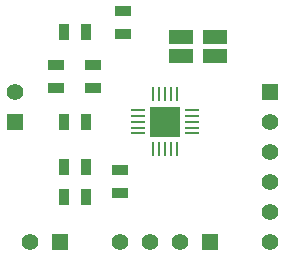
<source format=gts>
G04 (created by PCBNEW (2013-07-07 BZR 4022)-stable) date 7/21/2013 3:18:37 PM*
%MOIN*%
G04 Gerber Fmt 3.4, Leading zero omitted, Abs format*
%FSLAX34Y34*%
G01*
G70*
G90*
G04 APERTURE LIST*
%ADD10C,0.00590551*%
%ADD11R,0.0787402X0.0472441*%
%ADD12R,0.102362X0.102362*%
%ADD13R,0.00984252X0.0511811*%
%ADD14R,0.0511811X0.00984252*%
%ADD15R,0.035X0.055*%
%ADD16R,0.055X0.035*%
%ADD17R,0.055X0.055*%
%ADD18C,0.055*%
G04 APERTURE END LIST*
G54D10*
G54D11*
X94548Y-60314D03*
X95651Y-60314D03*
X94548Y-59685D03*
X95651Y-59685D03*
G54D12*
X94000Y-62500D03*
G54D13*
X94000Y-61594D03*
X93803Y-61594D03*
X93606Y-61594D03*
X94196Y-61594D03*
X94393Y-61594D03*
X94000Y-63405D03*
X93803Y-63405D03*
X93606Y-63405D03*
X94196Y-63405D03*
X94393Y-63405D03*
G54D14*
X94905Y-62106D03*
X94905Y-62303D03*
X94905Y-62500D03*
X94905Y-62696D03*
X94905Y-62893D03*
X93094Y-62893D03*
X93094Y-62696D03*
X93094Y-62500D03*
X93094Y-62303D03*
X93094Y-62106D03*
G54D15*
X90625Y-59500D03*
X91375Y-59500D03*
X90625Y-62500D03*
X91375Y-62500D03*
G54D16*
X92500Y-64125D03*
X92500Y-64875D03*
G54D15*
X91375Y-65000D03*
X90625Y-65000D03*
X91375Y-64000D03*
X90625Y-64000D03*
G54D16*
X90350Y-60625D03*
X90350Y-61375D03*
X91600Y-60625D03*
X91600Y-61375D03*
X92600Y-58825D03*
X92600Y-59575D03*
G54D17*
X97500Y-61500D03*
G54D18*
X97500Y-62500D03*
X97500Y-63500D03*
X97500Y-64500D03*
X97500Y-65500D03*
X97500Y-66500D03*
G54D17*
X95500Y-66500D03*
G54D18*
X94500Y-66500D03*
X93500Y-66500D03*
X92500Y-66500D03*
G54D17*
X90500Y-66500D03*
G54D18*
X89500Y-66500D03*
G54D17*
X89000Y-62500D03*
G54D18*
X89000Y-61500D03*
M02*

</source>
